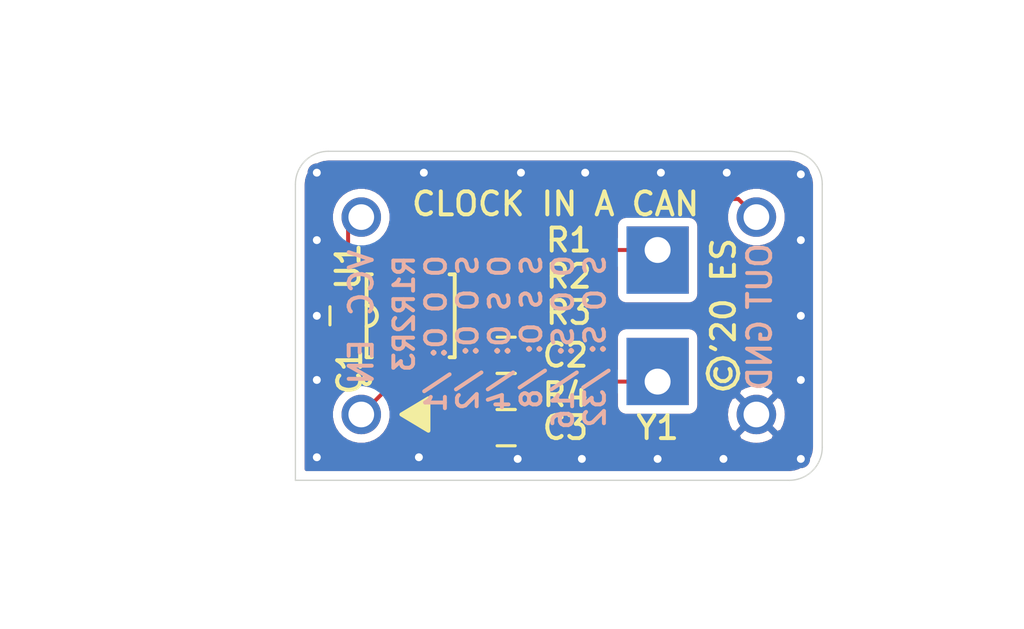
<source format=kicad_pcb>
(kicad_pcb (version 20171130) (host pcbnew "(5.1.0)-1")

  (general
    (thickness 1.6)
    (drawings 24)
    (tracks 75)
    (zones 0)
    (modules 13)
    (nets 11)
  )

  (page A4)
  (title_block
    (title ClockInACan)
    (comment 1 "Copyright (C) 2020 Eric Schlaepfer")
    (comment 2 "License. See https://creativecommons.org/licenses/by-sa/4.0/")
    (comment 3 "This work is licensed under a Creative Commons Attribution-ShareAlike 4.0 International")
  )

  (layers
    (0 F.Cu signal)
    (31 B.Cu signal)
    (32 B.Adhes user)
    (33 F.Adhes user)
    (34 B.Paste user)
    (35 F.Paste user)
    (36 B.SilkS user)
    (37 F.SilkS user)
    (38 B.Mask user)
    (39 F.Mask user)
    (40 Dwgs.User user)
    (41 Cmts.User user)
    (42 Eco1.User user)
    (43 Eco2.User user)
    (44 Edge.Cuts user)
    (45 Margin user)
    (46 B.CrtYd user)
    (47 F.CrtYd user)
    (48 B.Fab user)
    (49 F.Fab user hide)
  )

  (setup
    (last_trace_width 0.1524)
    (user_trace_width 1.016)
    (trace_clearance 0.1524)
    (zone_clearance 0.3302)
    (zone_45_only no)
    (trace_min 0.1524)
    (via_size 0.7112)
    (via_drill 0.3048)
    (via_min_size 0.7112)
    (via_min_drill 0.3048)
    (uvia_size 0.3)
    (uvia_drill 0.1)
    (uvias_allowed no)
    (uvia_min_size 0.2)
    (uvia_min_drill 0.1)
    (edge_width 0.0508)
    (segment_width 0.1524)
    (pcb_text_width 0.3048)
    (pcb_text_size 1.524 1.524)
    (mod_edge_width 0.127)
    (mod_text_size 0.889 0.889)
    (mod_text_width 0.1524)
    (pad_size 1.524 1.524)
    (pad_drill 0.762)
    (pad_to_mask_clearance 0.0508)
    (solder_mask_min_width 0.254)
    (aux_axis_origin 0 0)
    (visible_elements 7FFFFFFF)
    (pcbplotparams
      (layerselection 0x010fc_ffffffff)
      (usegerberextensions false)
      (usegerberattributes false)
      (usegerberadvancedattributes false)
      (creategerberjobfile false)
      (excludeedgelayer true)
      (linewidth 0.100000)
      (plotframeref false)
      (viasonmask false)
      (mode 1)
      (useauxorigin false)
      (hpglpennumber 1)
      (hpglpenspeed 20)
      (hpglpendiameter 15.000000)
      (psnegative false)
      (psa4output false)
      (plotreference true)
      (plotvalue false)
      (plotinvisibletext false)
      (padsonsilk false)
      (subtractmaskfromsilk false)
      (outputformat 1)
      (mirror false)
      (drillshape 0)
      (scaleselection 1)
      (outputdirectory "fab"))
  )

  (net 0 "")
  (net 1 VCC)
  (net 2 GND)
  (net 3 "Net-(C2-Pad1)")
  (net 4 "Net-(C3-Pad1)")
  (net 5 "Net-(J1-Pad1)")
  (net 6 "Net-(J8-Pad1)")
  (net 7 "Net-(R1-Pad1)")
  (net 8 "Net-(R2-Pad1)")
  (net 9 "Net-(R3-Pad1)")
  (net 10 "Net-(R4-Pad1)")

  (net_class Default "This is the default net class."
    (clearance 0.1524)
    (trace_width 0.1524)
    (via_dia 0.7112)
    (via_drill 0.3048)
    (uvia_dia 0.3)
    (uvia_drill 0.1)
    (add_net GND)
    (add_net "Net-(C2-Pad1)")
    (add_net "Net-(C3-Pad1)")
    (add_net "Net-(J1-Pad1)")
    (add_net "Net-(J8-Pad1)")
    (add_net "Net-(R1-Pad1)")
    (add_net "Net-(R2-Pad1)")
    (add_net "Net-(R3-Pad1)")
    (add_net "Net-(R4-Pad1)")
    (add_net VCC)
  )

  (module Conn:MILL-MAX_0542-0-00-15-00-00-03-0 (layer F.Cu) (tedit 5EEE6BC7) (tstamp 5EEE6D6B)
    (at 129.54 86.36)
    (path /5FBD6A80)
    (fp_text reference J1 (at 0 -1.524) (layer F.SilkS) hide
      (effects (font (size 1 1) (thickness 0.15)))
    )
    (fp_text value EN (at 0 1.778) (layer F.Fab)
      (effects (font (size 1 1) (thickness 0.15)))
    )
    (pad 1 thru_hole circle (at 0 0) (size 1.524 1.524) (drill 0.9906) (layers *.Cu *.Mask)
      (net 5 "Net-(J1-Pad1)"))
    (model :3d:mill_max-0542-0-00-15-00-00-03-0.STEP
      (offset (xyz 0 0 0.35))
      (scale (xyz 1 1 1))
      (rotate (xyz -90 0 0))
    )
  )

  (module Conn:MILL-MAX_0542-0-00-15-00-00-03-0 (layer F.Cu) (tedit 5EEE6BC7) (tstamp 5EEE6D70)
    (at 144.78 86.36)
    (path /5FBD7862)
    (fp_text reference J7 (at 0 -1.524) (layer F.SilkS) hide
      (effects (font (size 1 1) (thickness 0.15)))
    )
    (fp_text value GND (at 0 1.778) (layer F.Fab)
      (effects (font (size 1 1) (thickness 0.15)))
    )
    (pad 1 thru_hole circle (at 0 0) (size 1.524 1.524) (drill 0.9906) (layers *.Cu *.Mask)
      (net 2 GND))
    (model :3d:mill_max-0542-0-00-15-00-00-03-0.STEP
      (offset (xyz 0 0 0.35))
      (scale (xyz 1 1 1))
      (rotate (xyz -90 0 0))
    )
  )

  (module Conn:MILL-MAX_0542-0-00-15-00-00-03-0 (layer F.Cu) (tedit 5EEE6BC7) (tstamp 5EEE6D75)
    (at 144.78 78.74)
    (path /5FBD9303)
    (fp_text reference J8 (at 0 -1.524) (layer F.SilkS) hide
      (effects (font (size 1 1) (thickness 0.15)))
    )
    (fp_text value OUT (at 0 1.778) (layer F.Fab)
      (effects (font (size 1 1) (thickness 0.15)))
    )
    (pad 1 thru_hole circle (at 0 0) (size 1.524 1.524) (drill 0.9906) (layers *.Cu *.Mask)
      (net 6 "Net-(J8-Pad1)"))
    (model :3d:mill_max-0542-0-00-15-00-00-03-0.STEP
      (offset (xyz 0 0 0.35))
      (scale (xyz 1 1 1))
      (rotate (xyz -90 0 0))
    )
  )

  (module Conn:MILL-MAX_0542-0-00-15-00-00-03-0 (layer F.Cu) (tedit 5EEE6BC7) (tstamp 5EEE6D7A)
    (at 129.54 78.74)
    (path /5FBD97DC)
    (fp_text reference J14 (at 0 -1.524) (layer F.SilkS) hide
      (effects (font (size 1 1) (thickness 0.15)))
    )
    (fp_text value VDD (at 0 1.778) (layer F.Fab)
      (effects (font (size 1 1) (thickness 0.15)))
    )
    (pad 1 thru_hole circle (at 0 0) (size 1.524 1.524) (drill 0.9906) (layers *.Cu *.Mask)
      (net 1 VCC))
    (model :3d:mill_max-0542-0-00-15-00-00-03-0.STEP
      (offset (xyz 0 0 0.35))
      (scale (xyz 1 1 1))
      (rotate (xyz -90 0 0))
    )
  )

  (module Passive:CAPC1608X100 (layer F.Cu) (tedit 5E77E73E) (tstamp 5EEE6D44)
    (at 129.032 82.55 270)
    (descr "Capacitor SMD 0603, reflow soldering, AVX (see smccp.pdf)")
    (tags "capacitor 0603")
    (path /5FBC7A8F)
    (attr smd)
    (fp_text reference C1 (at 2.159 -0.0635 270) (layer F.SilkS)
      (effects (font (size 0.889 0.889) (thickness 0.1524)))
    )
    (fp_text value 0.1uF (at 0 1.5 270) (layer F.Fab)
      (effects (font (size 1 1) (thickness 0.15)))
    )
    (fp_text user %R (at 0 -1.5 270) (layer F.Fab)
      (effects (font (size 1 1) (thickness 0.15)))
    )
    (fp_line (start -0.8 0.4) (end -0.8 -0.4) (layer F.Fab) (width 0.1))
    (fp_line (start 0.8 0.4) (end -0.8 0.4) (layer F.Fab) (width 0.1))
    (fp_line (start 0.8 -0.4) (end 0.8 0.4) (layer F.Fab) (width 0.1))
    (fp_line (start -0.8 -0.4) (end 0.8 -0.4) (layer F.Fab) (width 0.1))
    (fp_line (start -0.35 -0.7) (end 0.35 -0.7) (layer F.SilkS) (width 0.12))
    (fp_line (start 0.35 0.7) (end -0.35 0.7) (layer F.SilkS) (width 0.12))
    (fp_line (start -1.4 -0.65) (end 1.4 -0.65) (layer F.CrtYd) (width 0.05))
    (fp_line (start -1.4 -0.65) (end -1.4 0.65) (layer F.CrtYd) (width 0.05))
    (fp_line (start 1.4 0.65) (end 1.4 -0.65) (layer F.CrtYd) (width 0.05))
    (fp_line (start 1.4 0.65) (end -1.4 0.65) (layer F.CrtYd) (width 0.05))
    (pad 1 smd rect (at -0.75 0 270) (size 0.8 0.75) (layers F.Cu F.Paste F.Mask)
      (net 1 VCC))
    (pad 2 smd rect (at 0.75 0 270) (size 0.8 0.75) (layers F.Cu F.Paste F.Mask)
      (net 2 GND))
    (model ${KISYS3DMOD}/Capacitor_SMD.3dshapes/C_0603_1608Metric.step
      (at (xyz 0 0 0))
      (scale (xyz 1 1 1))
      (rotate (xyz 0 0 0))
    )
  )

  (module Passive:CAPC1608X100 (layer F.Cu) (tedit 5E77E73E) (tstamp 5EEE6D55)
    (at 135.128 84.074 180)
    (descr "Capacitor SMD 0603, reflow soldering, AVX (see smccp.pdf)")
    (tags "capacitor 0603")
    (path /5FBC9613)
    (attr smd)
    (fp_text reference C2 (at -2.286 0 180) (layer F.SilkS)
      (effects (font (size 0.889 0.889) (thickness 0.1524)))
    )
    (fp_text value TBD (at 0 1.5 180) (layer F.Fab)
      (effects (font (size 1 1) (thickness 0.15)))
    )
    (fp_line (start 1.4 0.65) (end -1.4 0.65) (layer F.CrtYd) (width 0.05))
    (fp_line (start 1.4 0.65) (end 1.4 -0.65) (layer F.CrtYd) (width 0.05))
    (fp_line (start -1.4 -0.65) (end -1.4 0.65) (layer F.CrtYd) (width 0.05))
    (fp_line (start -1.4 -0.65) (end 1.4 -0.65) (layer F.CrtYd) (width 0.05))
    (fp_line (start 0.35 0.7) (end -0.35 0.7) (layer F.SilkS) (width 0.12))
    (fp_line (start -0.35 -0.7) (end 0.35 -0.7) (layer F.SilkS) (width 0.12))
    (fp_line (start -0.8 -0.4) (end 0.8 -0.4) (layer F.Fab) (width 0.1))
    (fp_line (start 0.8 -0.4) (end 0.8 0.4) (layer F.Fab) (width 0.1))
    (fp_line (start 0.8 0.4) (end -0.8 0.4) (layer F.Fab) (width 0.1))
    (fp_line (start -0.8 0.4) (end -0.8 -0.4) (layer F.Fab) (width 0.1))
    (fp_text user %R (at 0 -1.5 180) (layer F.Fab)
      (effects (font (size 1 1) (thickness 0.15)))
    )
    (pad 2 smd rect (at 0.75 0 180) (size 0.8 0.75) (layers F.Cu F.Paste F.Mask)
      (net 2 GND))
    (pad 1 smd rect (at -0.75 0 180) (size 0.8 0.75) (layers F.Cu F.Paste F.Mask)
      (net 3 "Net-(C2-Pad1)"))
    (model ${KISYS3DMOD}/Capacitor_SMD.3dshapes/C_0603_1608Metric.step
      (at (xyz 0 0 0))
      (scale (xyz 1 1 1))
      (rotate (xyz 0 0 0))
    )
  )

  (module Passive:CAPC1608X100 (layer F.Cu) (tedit 5E77E73E) (tstamp 5EEE6D66)
    (at 135.128 86.868)
    (descr "Capacitor SMD 0603, reflow soldering, AVX (see smccp.pdf)")
    (tags "capacitor 0603")
    (path /5FBC9DE9)
    (attr smd)
    (fp_text reference C3 (at 2.286 0) (layer F.SilkS)
      (effects (font (size 0.889 0.889) (thickness 0.1524)))
    )
    (fp_text value TBD (at 0 1.5) (layer F.Fab)
      (effects (font (size 1 1) (thickness 0.15)))
    )
    (fp_text user %R (at 0 -1.5) (layer F.Fab)
      (effects (font (size 1 1) (thickness 0.15)))
    )
    (fp_line (start -0.8 0.4) (end -0.8 -0.4) (layer F.Fab) (width 0.1))
    (fp_line (start 0.8 0.4) (end -0.8 0.4) (layer F.Fab) (width 0.1))
    (fp_line (start 0.8 -0.4) (end 0.8 0.4) (layer F.Fab) (width 0.1))
    (fp_line (start -0.8 -0.4) (end 0.8 -0.4) (layer F.Fab) (width 0.1))
    (fp_line (start -0.35 -0.7) (end 0.35 -0.7) (layer F.SilkS) (width 0.12))
    (fp_line (start 0.35 0.7) (end -0.35 0.7) (layer F.SilkS) (width 0.12))
    (fp_line (start -1.4 -0.65) (end 1.4 -0.65) (layer F.CrtYd) (width 0.05))
    (fp_line (start -1.4 -0.65) (end -1.4 0.65) (layer F.CrtYd) (width 0.05))
    (fp_line (start 1.4 0.65) (end 1.4 -0.65) (layer F.CrtYd) (width 0.05))
    (fp_line (start 1.4 0.65) (end -1.4 0.65) (layer F.CrtYd) (width 0.05))
    (pad 1 smd rect (at -0.75 0) (size 0.8 0.75) (layers F.Cu F.Paste F.Mask)
      (net 4 "Net-(C3-Pad1)"))
    (pad 2 smd rect (at 0.75 0) (size 0.8 0.75) (layers F.Cu F.Paste F.Mask)
      (net 2 GND))
    (model ${KISYS3DMOD}/Capacitor_SMD.3dshapes/C_0603_1608Metric.step
      (at (xyz 0 0 0))
      (scale (xyz 1 1 1))
      (rotate (xyz 0 0 0))
    )
  )

  (module Passive:RESC1608X55 (layer F.Cu) (tedit 5D5C7A92) (tstamp 5EEE6DBE)
    (at 135.128 85.471)
    (descr "Capacitor SMD 0603, reflow soldering, AVX (see smccp.pdf)")
    (tags "capacitor 0603")
    (path /5FBC80AF)
    (attr smd)
    (fp_text reference R4 (at 2.286 0.127) (layer F.SilkS)
      (effects (font (size 0.889 0.889) (thickness 0.1524)))
    )
    (fp_text value TBD (at 0 1.5) (layer F.Fab)
      (effects (font (size 1 1) (thickness 0.15)))
    )
    (fp_text user %R (at 0 -1.5) (layer F.Fab)
      (effects (font (size 1 1) (thickness 0.15)))
    )
    (fp_line (start -0.8 0.4) (end -0.8 -0.4) (layer F.Fab) (width 0.1))
    (fp_line (start 0.8 0.4) (end -0.8 0.4) (layer F.Fab) (width 0.1))
    (fp_line (start 0.8 -0.4) (end 0.8 0.4) (layer F.Fab) (width 0.1))
    (fp_line (start -0.8 -0.4) (end 0.8 -0.4) (layer F.Fab) (width 0.1))
    (fp_line (start -0.35 -0.7) (end 0.35 -0.7) (layer F.SilkS) (width 0.12))
    (fp_line (start 0.35 0.7) (end -0.35 0.7) (layer F.SilkS) (width 0.12))
    (fp_line (start -1.4 -0.65) (end 1.4 -0.65) (layer F.CrtYd) (width 0.05))
    (fp_line (start -1.4 -0.65) (end -1.4 0.65) (layer F.CrtYd) (width 0.05))
    (fp_line (start 1.4 0.65) (end 1.4 -0.65) (layer F.CrtYd) (width 0.05))
    (fp_line (start 1.4 0.65) (end -1.4 0.65) (layer F.CrtYd) (width 0.05))
    (pad 1 smd rect (at -0.75 0) (size 0.8 0.75) (layers F.Cu F.Paste F.Mask)
      (net 10 "Net-(R4-Pad1)"))
    (pad 2 smd rect (at 0.75 0) (size 0.8 0.75) (layers F.Cu F.Paste F.Mask)
      (net 3 "Net-(C2-Pad1)"))
    (model ${KISYS3DMOD}/Resistor_SMD.3dshapes/R_0603_1608Metric.step
      (at (xyz 0 0 0))
      (scale (xyz 1 1 1))
      (rotate (xyz 0 0 0))
    )
  )

  (module Active:SSOP50P400X100-10 (layer F.Cu) (tedit 5EEE55A0) (tstamp 5EEE8E2E)
    (at 131.445 82.55 90)
    (descr "10-Lead Plastic Micro Small Outline Package")
    (tags "SSOP 0.5")
    (path /5FBC670B)
    (attr smd)
    (fp_text reference U1 (at 1.905 -2.413 90) (layer F.SilkS)
      (effects (font (size 0.889 0.889) (thickness 0.1524)))
    )
    (fp_text value NJU6311 (at 0 2.6 90) (layer F.Fab)
      (effects (font (size 1 1) (thickness 0.15)))
    )
    (fp_circle (center -2.5 -1.7) (end -2.4 -1.6) (layer F.SilkS) (width 0.15))
    (fp_arc (start 0 -1.7) (end 0.4 -1.7) (angle 180) (layer F.SilkS) (width 0.15))
    (fp_line (start -1.4 -1) (end -2 -1) (layer F.Fab) (width 0.254))
    (fp_line (start -1.1 -1.5) (end 1.4 -1.5) (layer F.Fab) (width 0.15))
    (fp_line (start 1.4 -1.5) (end 1.4 1.5) (layer F.Fab) (width 0.15))
    (fp_line (start 1.4 1.5) (end -1.4 1.5) (layer F.Fab) (width 0.15))
    (fp_line (start -1.4 1.5) (end -1.4 -1.2) (layer F.Fab) (width 0.15))
    (fp_line (start -1.4 -1.2) (end -1.1 -1.5) (layer F.Fab) (width 0.15))
    (fp_line (start -3.15 -1.85) (end -3.15 1.85) (layer F.CrtYd) (width 0.05))
    (fp_line (start 3.15 -1.85) (end 3.15 1.85) (layer F.CrtYd) (width 0.05))
    (fp_line (start -3.15 -1.85) (end 3.15 -1.85) (layer F.CrtYd) (width 0.05))
    (fp_line (start -3.15 1.85) (end 3.15 1.85) (layer F.CrtYd) (width 0.05))
    (fp_line (start -1.6 -1.7) (end -1.6 -1.5) (layer F.SilkS) (width 0.15))
    (fp_line (start 1.6 -1.7) (end 1.6 -1.5) (layer F.SilkS) (width 0.15))
    (fp_line (start 1.6 1.7) (end 1.6 1.5) (layer F.SilkS) (width 0.15))
    (fp_line (start -1.6 1.7) (end -1.6 1.5) (layer F.SilkS) (width 0.15))
    (fp_line (start -1.6 -1.7) (end -0.4 -1.7) (layer F.SilkS) (width 0.15))
    (fp_line (start -1.6 1.7) (end 1.6 1.7) (layer F.SilkS) (width 0.15))
    (fp_line (start -1.4 -0.5) (end -2 -0.5) (layer F.Fab) (width 0.254))
    (fp_line (start -1.4 0.5) (end -2 0.5) (layer F.Fab) (width 0.254))
    (fp_line (start -1.4 0) (end -2 0) (layer F.Fab) (width 0.254))
    (fp_line (start -1.4 1) (end -2 1) (layer F.Fab) (width 0.254))
    (fp_line (start 0.4 -1.7) (end 1.6 -1.7) (layer F.SilkS) (width 0.15))
    (fp_line (start 1.4 -1) (end 2 -1) (layer F.Fab) (width 0.254))
    (fp_line (start 1.4 -0.5) (end 2 -0.5) (layer F.Fab) (width 0.254))
    (fp_line (start 1.4 0) (end 2 0) (layer F.Fab) (width 0.254))
    (fp_line (start 1.4 0.5) (end 2 0.5) (layer F.Fab) (width 0.254))
    (fp_line (start 1.4 1) (end 2 1) (layer F.Fab) (width 0.254))
    (pad 1 smd rect (at -2 -1 90) (size 1.2 0.3) (layers F.Cu F.Paste F.Mask)
      (net 5 "Net-(J1-Pad1)"))
    (pad 2 smd rect (at -2 -0.5 90) (size 1.2 0.3) (layers F.Cu F.Paste F.Mask)
      (net 4 "Net-(C3-Pad1)"))
    (pad 3 smd rect (at -2 0 90) (size 1.2 0.3) (layers F.Cu F.Paste F.Mask)
      (net 10 "Net-(R4-Pad1)"))
    (pad 4 smd rect (at -2 0.5 90) (size 1.2 0.3) (layers F.Cu F.Paste F.Mask))
    (pad 5 smd rect (at -2 1 90) (size 1.2 0.3) (layers F.Cu F.Paste F.Mask)
      (net 2 GND))
    (pad 6 smd rect (at 2 1 90) (size 1.2 0.3) (layers F.Cu F.Paste F.Mask)
      (net 6 "Net-(J8-Pad1)"))
    (pad 7 smd rect (at 2 0.5 90) (size 1.2 0.3) (layers F.Cu F.Paste F.Mask)
      (net 7 "Net-(R1-Pad1)"))
    (pad 8 smd rect (at 2 0 90) (size 1.2 0.3) (layers F.Cu F.Paste F.Mask)
      (net 8 "Net-(R2-Pad1)"))
    (pad 9 smd rect (at 2 -0.5 90) (size 1.2 0.3) (layers F.Cu F.Paste F.Mask)
      (net 9 "Net-(R3-Pad1)"))
    (pad 10 smd rect (at 2 -1 90) (size 1.2 0.3) (layers F.Cu F.Paste F.Mask)
      (net 1 VCC))
    (model ${KISYS3DMOD}/Package_SO.3dshapes/TSSOP-10_3x3mm_P0.5mm.step
      (at (xyz 0 0 0))
      (scale (xyz 1 1 1))
      (rotate (xyz 0 0 0))
    )
    (model ${KISYS3DMOD}/Package_SO.3dshapes/VSSOP-10_3x3mm_P0.5mm.step
      (at (xyz 0 0 0))
      (scale (xyz 1 1 1))
      (rotate (xyz 0 0 0))
    )
  )

  (module Passive:XTAL500X320_HYBRID (layer F.Cu) (tedit 5EEE6340) (tstamp 5EEE8704)
    (at 140.97 82.55 90)
    (descr "Crystal, hybrid SMT 5.0x3.2 and HC49 PTH")
    (tags "SMD SMT crystal")
    (path /5FBCABD1)
    (attr smd)
    (fp_text reference Y1 (at -4.318 0) (layer F.SilkS)
      (effects (font (size 0.889 0.889) (thickness 0.1524)))
    )
    (fp_text value XTAL (at 0 2.8 90) (layer F.Fab)
      (effects (font (size 1 1) (thickness 0.15)))
    )
    (fp_line (start 3.55 -1.7) (end -3.55 -1.7) (layer F.CrtYd) (width 0.05))
    (fp_line (start 3.55 1.7) (end 3.55 -1.7) (layer F.CrtYd) (width 0.05))
    (fp_line (start -3.55 1.7) (end 3.55 1.7) (layer F.CrtYd) (width 0.05))
    (fp_line (start -3.55 -1.7) (end -3.55 1.7) (layer F.CrtYd) (width 0.05))
    (fp_line (start -2.5 0.6) (end -1.5 1.6) (layer F.Fab) (width 0.1))
    (fp_line (start -2.5 -1.4) (end -2.3 -1.6) (layer F.Fab) (width 0.1))
    (fp_line (start -2.5 1.4) (end -2.5 -1.4) (layer F.Fab) (width 0.1))
    (fp_line (start -2.3 1.6) (end -2.5 1.4) (layer F.Fab) (width 0.1))
    (fp_line (start 2.3 1.6) (end -2.3 1.6) (layer F.Fab) (width 0.1))
    (fp_line (start 2.5 1.4) (end 2.3 1.6) (layer F.Fab) (width 0.1))
    (fp_line (start 2.5 -1.4) (end 2.5 1.4) (layer F.Fab) (width 0.1))
    (fp_line (start 2.3 -1.6) (end 2.5 -1.4) (layer F.Fab) (width 0.1))
    (fp_line (start -2.3 -1.6) (end 2.3 -1.6) (layer F.Fab) (width 0.1))
    (fp_circle (center 0 0) (end 0.093333 0) (layer F.Adhes) (width 0.186667))
    (fp_circle (center 0 0) (end 0.213333 0) (layer F.Adhes) (width 0.133333))
    (fp_circle (center 0 0) (end 0.333333 0) (layer F.Adhes) (width 0.133333))
    (fp_circle (center 0 0) (end 0.4 0) (layer F.Adhes) (width 0.1))
    (pad 2 thru_hole rect (at 2.54 0 90) (size 2.6 2.4) (drill 1 (offset -0.39 0)) (layers *.Cu *.Mask)
      (net 3 "Net-(C2-Pad1)"))
    (pad 1 thru_hole rect (at -2.54 0 270) (size 2.6 2.4) (drill 1 (offset -0.39 0)) (layers *.Cu *.Mask)
      (net 4 "Net-(C3-Pad1)"))
    (model "C:/Program Files/KiCad4/share/kicad/modules/packages3d/Crystals.3dshapes/Crystal_SMD_5032-2pin_5.0x3.2mm.step"
      (at (xyz 0 0 0))
      (scale (xyz 1 1 1))
      (rotate (xyz 0 0 0))
    )
  )

  (module Conn:JMP1608 (layer F.Cu) (tedit 5EEE7937) (tstamp 5EEE98CA)
    (at 135.128 79.629)
    (descr "0603 size solder jumper")
    (tags "solder jumper test point")
    (path /5FBCF39E)
    (attr smd)
    (fp_text reference R1 (at 2.413 0) (layer F.SilkS)
      (effects (font (size 0.889 0.889) (thickness 0.1524)))
    )
    (fp_text value TBD (at 0 1.5) (layer F.Fab)
      (effects (font (size 1 1) (thickness 0.15)))
    )
    (fp_line (start 1.2 0.45) (end -1.2 0.45) (layer F.CrtYd) (width 0.05))
    (fp_line (start 1.2 0.45) (end 1.2 -0.45) (layer F.CrtYd) (width 0.05))
    (fp_line (start -1.2 -0.45) (end -1.2 0.45) (layer F.CrtYd) (width 0.05))
    (fp_line (start -1.2 -0.45) (end 1.2 -0.45) (layer F.CrtYd) (width 0.05))
    (fp_line (start -0.8 -0.4) (end 0.8 -0.4) (layer F.Fab) (width 0.1))
    (fp_line (start 0.8 -0.4) (end 0.8 0.4) (layer F.Fab) (width 0.1))
    (fp_line (start 0.8 0.4) (end -0.8 0.4) (layer F.Fab) (width 0.1))
    (fp_line (start -0.8 0.4) (end -0.8 -0.4) (layer F.Fab) (width 0.1))
    (fp_poly (pts (xy -0.4826 -0.3556) (xy 0.0254 -0.3556) (xy -0.3556 0) (xy 0.0254 0.3556)
      (xy -0.4826 0.3556)) (layer F.Cu) (width 0.0381))
    (fp_poly (pts (xy 0.4572 -0.3556) (xy 0.3048 -0.3556) (xy -0.0762 0) (xy 0.3048 0.3556)
      (xy 0.4572 0.3556)) (layer F.Cu) (width 0.0381))
    (fp_poly (pts (xy -0.381 -0.3556) (xy 0.381 -0.3556) (xy 0.381 0.3556) (xy -0.381 0.3556)) (layer F.Mask) (width 0.0381))
    (pad 2 smd custom (at 0.75 0) (size 0.8 0.75) (layers F.Cu F.Paste F.Mask)
      (net 2 GND) (zone_connect 0)
      (options (clearance outline) (anchor rect))
      (primitives
      ))
    (pad 1 smd custom (at -0.75 0) (size 0.8 0.75) (layers F.Cu F.Paste F.Mask)
      (net 7 "Net-(R1-Pad1)") (zone_connect 0)
      (options (clearance outline) (anchor rect))
      (primitives
      ))
    (model Capacitors_SMD.3dshapes/C_0603.wrl
      (at (xyz 0 0 0))
      (scale (xyz 1 1 1))
      (rotate (xyz 0 0 0))
    )
  )

  (module Conn:JMP1608 (layer F.Cu) (tedit 5EEE7937) (tstamp 5EEE9993)
    (at 135.128 81.026)
    (descr "0603 size solder jumper")
    (tags "solder jumper test point")
    (path /5FBCF1CB)
    (attr smd)
    (fp_text reference R2 (at 2.413 0) (layer F.SilkS)
      (effects (font (size 0.889 0.889) (thickness 0.1524)))
    )
    (fp_text value TBD (at 0 1.5) (layer F.Fab)
      (effects (font (size 1 1) (thickness 0.15)))
    )
    (fp_poly (pts (xy -0.381 -0.3556) (xy 0.381 -0.3556) (xy 0.381 0.3556) (xy -0.381 0.3556)) (layer F.Mask) (width 0.0381))
    (fp_poly (pts (xy 0.4572 -0.3556) (xy 0.3048 -0.3556) (xy -0.0762 0) (xy 0.3048 0.3556)
      (xy 0.4572 0.3556)) (layer F.Cu) (width 0.0381))
    (fp_poly (pts (xy -0.4826 -0.3556) (xy 0.0254 -0.3556) (xy -0.3556 0) (xy 0.0254 0.3556)
      (xy -0.4826 0.3556)) (layer F.Cu) (width 0.0381))
    (fp_line (start -0.8 0.4) (end -0.8 -0.4) (layer F.Fab) (width 0.1))
    (fp_line (start 0.8 0.4) (end -0.8 0.4) (layer F.Fab) (width 0.1))
    (fp_line (start 0.8 -0.4) (end 0.8 0.4) (layer F.Fab) (width 0.1))
    (fp_line (start -0.8 -0.4) (end 0.8 -0.4) (layer F.Fab) (width 0.1))
    (fp_line (start -1.2 -0.45) (end 1.2 -0.45) (layer F.CrtYd) (width 0.05))
    (fp_line (start -1.2 -0.45) (end -1.2 0.45) (layer F.CrtYd) (width 0.05))
    (fp_line (start 1.2 0.45) (end 1.2 -0.45) (layer F.CrtYd) (width 0.05))
    (fp_line (start 1.2 0.45) (end -1.2 0.45) (layer F.CrtYd) (width 0.05))
    (pad 1 smd custom (at -0.75 0) (size 0.8 0.75) (layers F.Cu F.Paste F.Mask)
      (net 8 "Net-(R2-Pad1)") (zone_connect 0)
      (options (clearance outline) (anchor rect))
      (primitives
      ))
    (pad 2 smd custom (at 0.75 0) (size 0.8 0.75) (layers F.Cu F.Paste F.Mask)
      (net 2 GND) (zone_connect 0)
      (options (clearance outline) (anchor rect))
      (primitives
      ))
    (model Capacitors_SMD.3dshapes/C_0603.wrl
      (at (xyz 0 0 0))
      (scale (xyz 1 1 1))
      (rotate (xyz 0 0 0))
    )
  )

  (module Conn:JMP1608 (layer F.Cu) (tedit 5EEE7937) (tstamp 5EEE99A3)
    (at 135.128 82.423)
    (descr "0603 size solder jumper")
    (tags "solder jumper test point")
    (path /5FBCE949)
    (attr smd)
    (fp_text reference R3 (at 2.413 0) (layer F.SilkS)
      (effects (font (size 0.889 0.889) (thickness 0.1524)))
    )
    (fp_text value TBD (at 0 1.5) (layer F.Fab)
      (effects (font (size 1 1) (thickness 0.15)))
    )
    (fp_line (start 1.2 0.45) (end -1.2 0.45) (layer F.CrtYd) (width 0.05))
    (fp_line (start 1.2 0.45) (end 1.2 -0.45) (layer F.CrtYd) (width 0.05))
    (fp_line (start -1.2 -0.45) (end -1.2 0.45) (layer F.CrtYd) (width 0.05))
    (fp_line (start -1.2 -0.45) (end 1.2 -0.45) (layer F.CrtYd) (width 0.05))
    (fp_line (start -0.8 -0.4) (end 0.8 -0.4) (layer F.Fab) (width 0.1))
    (fp_line (start 0.8 -0.4) (end 0.8 0.4) (layer F.Fab) (width 0.1))
    (fp_line (start 0.8 0.4) (end -0.8 0.4) (layer F.Fab) (width 0.1))
    (fp_line (start -0.8 0.4) (end -0.8 -0.4) (layer F.Fab) (width 0.1))
    (fp_poly (pts (xy -0.4826 -0.3556) (xy 0.0254 -0.3556) (xy -0.3556 0) (xy 0.0254 0.3556)
      (xy -0.4826 0.3556)) (layer F.Cu) (width 0.0381))
    (fp_poly (pts (xy 0.4572 -0.3556) (xy 0.3048 -0.3556) (xy -0.0762 0) (xy 0.3048 0.3556)
      (xy 0.4572 0.3556)) (layer F.Cu) (width 0.0381))
    (fp_poly (pts (xy -0.381 -0.3556) (xy 0.381 -0.3556) (xy 0.381 0.3556) (xy -0.381 0.3556)) (layer F.Mask) (width 0.0381))
    (pad 2 smd custom (at 0.75 0) (size 0.8 0.75) (layers F.Cu F.Paste F.Mask)
      (net 2 GND) (zone_connect 0)
      (options (clearance outline) (anchor rect))
      (primitives
      ))
    (pad 1 smd custom (at -0.75 0) (size 0.8 0.75) (layers F.Cu F.Paste F.Mask)
      (net 9 "Net-(R3-Pad1)") (zone_connect 0)
      (options (clearance outline) (anchor rect))
      (primitives
      ))
    (model Capacitors_SMD.3dshapes/C_0603.wrl
      (at (xyz 0 0 0))
      (scale (xyz 1 1 1))
      (rotate (xyz 0 0 0))
    )
  )

  (gr_text "CLOCK IN A CAN\n" (at 137.033 78.232) (layer F.SilkS) (tstamp 5EEE93EE)
    (effects (font (size 0.889 0.889) (thickness 0.1524)))
  )
  (gr_text "R1R2R3\nO O O: /1\nS O O: /2\nO S O: /4\nS S O: /8\nO O S: /16\nS O S: /32" (at 134.874 80.137 90) (layer B.SilkS) (tstamp 5EEE9A20)
    (effects (font (size 0.762 0.762) (thickness 0.1524)) (justify left mirror))
  )
  (gr_text "©'20 ES\n" (at 143.51 82.55 90) (layer F.SilkS)
    (effects (font (size 0.889 0.889) (thickness 0.1524)))
  )
  (gr_text OUT (at 144.907 81.026 90) (layer B.SilkS) (tstamp 5EEE905F)
    (effects (font (size 0.889 0.889) (thickness 0.1524)) (justify mirror))
  )
  (gr_text VCC (at 129.54 81.28 90) (layer B.SilkS) (tstamp 5EEE905B)
    (effects (font (size 0.889 0.889) (thickness 0.1524)) (justify mirror))
  )
  (gr_text GND (at 144.907 84.074 90) (layer B.SilkS) (tstamp 5EEE9052)
    (effects (font (size 0.889 0.889) (thickness 0.1524)) (justify mirror))
  )
  (gr_text EN (at 129.54 84.328 90) (layer B.SilkS)
    (effects (font (size 0.889 0.889) (thickness 0.1524)) (justify mirror))
  )
  (dimension 12.7 (width 0.1524) (layer Dwgs.User)
    (gr_text "0.5000 in" (at 153.7208 82.55 270) (layer Dwgs.User)
      (effects (font (size 1.016 1.016) (thickness 0.1524)))
    )
    (feature1 (pts (xy 149.86 88.9) (xy 152.986421 88.9)))
    (feature2 (pts (xy 149.86 76.2) (xy 152.986421 76.2)))
    (crossbar (pts (xy 152.4 76.2) (xy 152.4 88.9)))
    (arrow1a (pts (xy 152.4 88.9) (xy 151.813579 87.773496)))
    (arrow1b (pts (xy 152.4 88.9) (xy 152.986421 87.773496)))
    (arrow2a (pts (xy 152.4 76.2) (xy 151.813579 77.326504)))
    (arrow2b (pts (xy 152.4 76.2) (xy 152.986421 77.326504)))
  )
  (dimension 20.32 (width 0.1524) (layer Dwgs.User)
    (gr_text "0.8000 in" (at 137.16 95.300799) (layer Dwgs.User)
      (effects (font (size 1.016 1.016) (thickness 0.1524)))
    )
    (feature1 (pts (xy 147.32 91.44) (xy 147.32 94.56642)))
    (feature2 (pts (xy 127 91.44) (xy 127 94.56642)))
    (crossbar (pts (xy 127 93.979999) (xy 147.32 93.979999)))
    (arrow1a (pts (xy 147.32 93.979999) (xy 146.193496 94.56642)))
    (arrow1b (pts (xy 147.32 93.979999) (xy 146.193496 93.393578)))
    (arrow2a (pts (xy 127 93.979999) (xy 128.126504 94.56642)))
    (arrow2b (pts (xy 127 93.979999) (xy 128.126504 93.393578)))
  )
  (gr_line (start 127.8255 77.0255) (end 146.4945 77.0255) (layer F.Mask) (width 1.016) (tstamp 5EEE8D54))
  (gr_line (start 127.8255 77.0255) (end 127.8255 88.0745) (layer F.Mask) (width 1.016) (tstamp 5EEE8CD2))
  (gr_line (start 146.4945 77.0255) (end 146.4945 88.0745) (layer F.Mask) (width 1.016) (tstamp 5EEE8CC8))
  (gr_line (start 127.8255 88.0745) (end 146.4945 88.0745) (layer F.Mask) (width 1.016))
  (gr_line (start 125.095 82.55) (end 149.86 82.55) (layer Dwgs.User) (width 0.1524))
  (gr_line (start 137.16 74.295) (end 137.16 90.17) (layer Dwgs.User) (width 0.1524))
  (dimension 15.24 (width 0.1524) (layer Dwgs.User)
    (gr_text "0.6000 in" (at 137.16 71.0692) (layer Dwgs.User)
      (effects (font (size 1.016 1.016) (thickness 0.1524)))
    )
    (feature1 (pts (xy 144.78 74.93) (xy 144.78 71.803579)))
    (feature2 (pts (xy 129.54 74.93) (xy 129.54 71.803579)))
    (crossbar (pts (xy 129.54 72.39) (xy 144.78 72.39)))
    (arrow1a (pts (xy 144.78 72.39) (xy 143.653496 72.976421)))
    (arrow1b (pts (xy 144.78 72.39) (xy 143.653496 71.803579)))
    (arrow2a (pts (xy 129.54 72.39) (xy 130.666504 72.976421)))
    (arrow2b (pts (xy 129.54 72.39) (xy 130.666504 71.803579)))
  )
  (dimension 7.62 (width 0.1524) (layer Dwgs.User)
    (gr_text "0.3000 in" (at 119.3292 82.55 270) (layer Dwgs.User)
      (effects (font (size 1.016 1.016) (thickness 0.1524)))
    )
    (feature1 (pts (xy 125.73 86.36) (xy 120.063579 86.36)))
    (feature2 (pts (xy 125.73 78.74) (xy 120.063579 78.74)))
    (crossbar (pts (xy 120.65 78.74) (xy 120.65 86.36)))
    (arrow1a (pts (xy 120.65 86.36) (xy 120.063579 85.233496)))
    (arrow1b (pts (xy 120.65 86.36) (xy 121.236421 85.233496)))
    (arrow2a (pts (xy 120.65 78.74) (xy 120.063579 79.866504)))
    (arrow2b (pts (xy 120.65 78.74) (xy 121.236421 79.866504)))
  )
  (gr_arc (start 146.05 87.63) (end 146.05 88.9) (angle -90) (layer Edge.Cuts) (width 0.0508))
  (gr_arc (start 146.05 77.47) (end 147.32 77.47) (angle -90) (layer Edge.Cuts) (width 0.0508))
  (gr_arc (start 128.27 77.47) (end 128.27 76.2) (angle -90) (layer Edge.Cuts) (width 0.0508))
  (gr_line (start 127 88.9) (end 127 77.47) (layer Edge.Cuts) (width 0.0508) (tstamp 5EEE6F83))
  (gr_line (start 146.05 88.9) (end 127 88.9) (layer Edge.Cuts) (width 0.0508))
  (gr_line (start 147.32 77.47) (end 147.32 87.63) (layer Edge.Cuts) (width 0.0508))
  (gr_line (start 128.27 76.2) (end 146.05 76.2) (layer Edge.Cuts) (width 0.0508))

  (segment (start 129.921 78.359) (end 129.54 78.74) (width 0.1524) (layer F.Cu) (net 1))
  (segment (start 129.032 81.8) (end 130.163 81.8) (width 0.1524) (layer F.Cu) (net 1))
  (segment (start 130.445 81.518) (end 130.445 80.55) (width 0.1524) (layer F.Cu) (net 1))
  (segment (start 130.163 81.8) (end 130.445 81.518) (width 0.1524) (layer F.Cu) (net 1))
  (segment (start 129.032 79.248) (end 129.54 78.74) (width 0.1524) (layer F.Cu) (net 1))
  (segment (start 129.032 81.8) (end 129.032 79.248) (width 0.1524) (layer F.Cu) (net 1))
  (via (at 127.8255 77.0255) (size 0.7112) (drill 0.3048) (layers F.Cu B.Cu) (net 2))
  (via (at 127.8255 79.629) (size 0.7112) (drill 0.3048) (layers F.Cu B.Cu) (net 2))
  (via (at 127.8255 82.55) (size 0.7112) (drill 0.3048) (layers F.Cu B.Cu) (net 2))
  (via (at 127.8255 88.011) (size 0.7112) (drill 0.3048) (layers F.Cu B.Cu) (net 2))
  (via (at 127.8255 85.0265) (size 0.7112) (drill 0.3048) (layers F.Cu B.Cu) (net 2))
  (via (at 146.4945 77.089) (size 0.7112) (drill 0.3048) (layers F.Cu B.Cu) (net 2) (tstamp 5EEE8D5C))
  (via (at 146.4945 85.0265) (size 0.7112) (drill 0.3048) (layers F.Cu B.Cu) (net 2) (tstamp 5EEE8D5D))
  (via (at 146.4945 79.629) (size 0.7112) (drill 0.3048) (layers F.Cu B.Cu) (net 2) (tstamp 5EEE8D5E))
  (via (at 146.4945 82.55) (size 0.7112) (drill 0.3048) (layers F.Cu B.Cu) (net 2) (tstamp 5EEE8D5F))
  (via (at 146.4945 88.0745) (size 0.7112) (drill 0.3048) (layers F.Cu B.Cu) (net 2) (tstamp 5EEE8D60))
  (via (at 143.51 88.0745) (size 0.7112) (drill 0.3048) (layers F.Cu B.Cu) (net 2) (tstamp 5EEE8D6B))
  (via (at 138.049 88.0745) (size 0.7112) (drill 0.3048) (layers F.Cu B.Cu) (net 2) (tstamp 5EEE8D6C))
  (via (at 140.97 88.0745) (size 0.7112) (drill 0.3048) (layers F.Cu B.Cu) (net 2) (tstamp 5EEE8D6D))
  (via (at 135.5725 88.0745) (size 0.7112) (drill 0.3048) (layers F.Cu B.Cu) (net 2) (tstamp 5EEE8D6E))
  (via (at 135.6995 77.0255) (size 0.7112) (drill 0.3048) (layers F.Cu B.Cu) (net 2) (tstamp 5EEE8D7F))
  (via (at 141.097 77.0255) (size 0.7112) (drill 0.3048) (layers F.Cu B.Cu) (net 2) (tstamp 5EEE8D80))
  (via (at 138.176 77.0255) (size 0.7112) (drill 0.3048) (layers F.Cu B.Cu) (net 2) (tstamp 5EEE8D81))
  (via (at 143.637 77.0255) (size 0.7112) (drill 0.3048) (layers F.Cu B.Cu) (net 2) (tstamp 5EEE8D82))
  (via (at 131.953 77.0255) (size 0.7112) (drill 0.3048) (layers F.Cu B.Cu) (net 2) (tstamp 5EEE8DA9))
  (via (at 131.7625 88.011) (size 0.7112) (drill 0.3048) (layers F.Cu B.Cu) (net 2) (tstamp 5EEE8DB1))
  (segment (start 135.878 82.423) (end 137.16 82.423) (width 0.1524) (layer F.Cu) (net 2))
  (segment (start 137.16 82.423) (end 137.16 81.026) (width 0.1524) (layer F.Cu) (net 2))
  (segment (start 137.16 81.026) (end 135.878 81.026) (width 0.1524) (layer F.Cu) (net 2))
  (segment (start 135.878 79.629) (end 137.16 79.629) (width 0.1524) (layer F.Cu) (net 2))
  (segment (start 137.16 79.629) (end 137.16 81.026) (width 0.1524) (layer F.Cu) (net 2))
  (segment (start 140.97 80.083) (end 140.97 81.14366) (width 0.1524) (layer F.Cu) (net 3))
  (segment (start 139.3514 80.01) (end 140.97 80.01) (width 0.1524) (layer F.Cu) (net 3))
  (segment (start 135.878 84.201) (end 135.878 85.598) (width 0.1524) (layer F.Cu) (net 3))
  (segment (start 138.1287 83.1053) (end 138.1287 81.2327) (width 0.1524) (layer F.Cu) (net 3))
  (segment (start 138.1287 81.2327) (end 139.3514 80.01) (width 0.1524) (layer F.Cu) (net 3))
  (segment (start 137.16 84.074) (end 137.668 83.566) (width 0.1524) (layer F.Cu) (net 3))
  (segment (start 135.878 84.074) (end 137.16 84.074) (width 0.1524) (layer F.Cu) (net 3))
  (segment (start 137.668 83.566) (end 138.1287 83.1053) (width 0.1524) (layer F.Cu) (net 3))
  (segment (start 138.684 85.09) (end 140.97 85.09) (width 0.1524) (layer F.Cu) (net 4))
  (segment (start 130.945 84.55) (end 130.945 85.3024) (width 0.1524) (layer F.Cu) (net 4))
  (segment (start 130.945 85.3024) (end 131.895 86.2524) (width 0.1524) (layer F.Cu) (net 4))
  (segment (start 135.21 86.188) (end 137.586 86.188) (width 0.1524) (layer F.Cu) (net 4))
  (segment (start 131.895 86.2524) (end 132.8614 86.2524) (width 0.1524) (layer F.Cu) (net 4))
  (segment (start 137.586 86.188) (end 138.684 85.09) (width 0.1524) (layer F.Cu) (net 4))
  (segment (start 132.8614 86.2524) (end 133.604 86.995) (width 0.1524) (layer F.Cu) (net 4))
  (segment (start 133.604 86.995) (end 134.403 86.995) (width 0.1524) (layer F.Cu) (net 4))
  (segment (start 134.403 86.995) (end 135.21 86.188) (width 0.1524) (layer F.Cu) (net 4))
  (segment (start 130.445 85.455) (end 129.54 86.36) (width 0.1524) (layer F.Cu) (net 5))
  (segment (start 130.445 84.55) (end 130.445 85.455) (width 0.1524) (layer F.Cu) (net 5))
  (segment (start 132.445 79.264) (end 132.445 80.55) (width 0.1524) (layer F.Cu) (net 6))
  (segment (start 133.6675 78.0415) (end 132.445 79.264) (width 0.1524) (layer F.Cu) (net 6))
  (segment (start 144.78 78.74) (end 144.0815 78.0415) (width 0.1524) (layer F.Cu) (net 6))
  (segment (start 144.0815 78.0415) (end 133.6675 78.0415) (width 0.1524) (layer F.Cu) (net 6))
  (segment (start 131.945 81.3024) (end 132.1766 81.534) (width 0.1524) (layer F.Cu) (net 7))
  (segment (start 131.945 80.55) (end 131.945 81.3024) (width 0.1524) (layer F.Cu) (net 7))
  (segment (start 132.1766 81.534) (end 132.842 81.534) (width 0.1524) (layer F.Cu) (net 7))
  (segment (start 132.842 81.534) (end 133.477 80.899) (width 0.1524) (layer F.Cu) (net 7))
  (segment (start 134.353 79.629) (end 134.378 79.629) (width 0.1524) (layer F.Cu) (net 7))
  (segment (start 133.477 80.505) (end 134.353 79.629) (width 0.1524) (layer F.Cu) (net 7))
  (segment (start 133.477 80.899) (end 133.477 80.505) (width 0.1524) (layer F.Cu) (net 7))
  (segment (start 131.981411 81.838811) (end 133.540189 81.838811) (width 0.1524) (layer F.Cu) (net 8))
  (segment (start 134.353 81.026) (end 134.378 81.026) (width 0.1524) (layer F.Cu) (net 8))
  (segment (start 131.445 81.3024) (end 131.981411 81.838811) (width 0.1524) (layer F.Cu) (net 8))
  (segment (start 133.540189 81.838811) (end 134.353 81.026) (width 0.1524) (layer F.Cu) (net 8))
  (segment (start 131.445 80.55) (end 131.445 81.3024) (width 0.1524) (layer F.Cu) (net 8))
  (segment (start 130.945 81.3024) (end 132.0656 82.423) (width 0.1524) (layer F.Cu) (net 9))
  (segment (start 130.945 80.55) (end 130.945 81.3024) (width 0.1524) (layer F.Cu) (net 9))
  (segment (start 132.0656 82.423) (end 134.378 82.423) (width 0.1524) (layer F.Cu) (net 9))
  (segment (start 134.378 85.725) (end 134.353 85.725) (width 0.1524) (layer F.Cu) (net 10))
  (segment (start 131.445 85.3024) (end 131.445 84.55) (width 0.1524) (layer F.Cu) (net 10))
  (segment (start 131.9946 85.852) (end 131.445 85.3024) (width 0.1524) (layer F.Cu) (net 10))
  (segment (start 133.5716 85.852) (end 131.9946 85.852) (width 0.1524) (layer F.Cu) (net 10))
  (segment (start 133.8256 85.598) (end 133.5716 85.852) (width 0.1524) (layer F.Cu) (net 10))
  (segment (start 134.378 85.598) (end 133.8256 85.598) (width 0.1524) (layer F.Cu) (net 10))

  (zone (net 2) (net_name GND) (layer F.Cu) (tstamp 5EFF7956) (hatch edge 0.508)
    (connect_pads (clearance 0.3302))
    (min_thickness 0.1524)
    (fill yes (arc_segments 32) (thermal_gap 0.3302) (thermal_bridge_width 0.254))
    (polygon
      (pts
        (xy 127 76.2) (xy 127 88.9) (xy 147.32 88.9) (xy 147.32 76.2)
      )
    )
    (filled_polygon
      (pts
        (xy 146.212405 76.649794) (xy 146.368624 76.69696) (xy 146.512707 76.77357) (xy 146.639167 76.876709) (xy 146.743181 77.00244)
        (xy 146.820797 77.145988) (xy 146.869051 77.301872) (xy 146.8882 77.484062) (xy 146.888201 87.608874) (xy 146.870206 87.792405)
        (xy 146.82304 87.948624) (xy 146.74643 88.092707) (xy 146.643293 88.219166) (xy 146.517557 88.323183) (xy 146.374013 88.400797)
        (xy 146.218128 88.449052) (xy 146.035938 88.4682) (xy 127.4318 88.4682) (xy 127.4318 86.244923) (xy 128.3716 86.244923)
        (xy 128.3716 86.475077) (xy 128.416501 86.70081) (xy 128.504578 86.913445) (xy 128.632445 87.104811) (xy 128.795189 87.267555)
        (xy 128.986555 87.395422) (xy 129.19919 87.483499) (xy 129.424923 87.5284) (xy 129.655077 87.5284) (xy 129.88081 87.483499)
        (xy 130.093445 87.395422) (xy 130.284811 87.267555) (xy 130.447555 87.104811) (xy 130.575422 86.913445) (xy 130.663499 86.70081)
        (xy 130.7084 86.475077) (xy 130.7084 86.244923) (xy 130.663499 86.01919) (xy 130.634154 85.948345) (xy 130.769482 85.813017)
        (xy 130.771479 85.811378) (xy 131.536986 86.576886) (xy 131.552099 86.595301) (xy 131.625585 86.655609) (xy 131.709423 86.700422)
        (xy 131.800393 86.728017) (xy 131.895 86.737335) (xy 131.918707 86.735) (xy 132.661501 86.735) (xy 133.245987 87.319487)
        (xy 133.261099 87.337901) (xy 133.334585 87.398209) (xy 133.418423 87.443022) (xy 133.509394 87.470617) (xy 133.580293 87.4776)
        (xy 133.580295 87.4776) (xy 133.604 87.479935) (xy 133.627705 87.4776) (xy 133.644795 87.4776) (xy 133.689242 87.531758)
        (xy 133.751124 87.582544) (xy 133.821725 87.620281) (xy 133.898332 87.643519) (xy 133.978 87.651366) (xy 134.778 87.651366)
        (xy 134.857668 87.643519) (xy 134.934275 87.620281) (xy 135.004876 87.582544) (xy 135.066758 87.531758) (xy 135.117544 87.469876)
        (xy 135.128 87.450314) (xy 135.138456 87.469876) (xy 135.189242 87.531758) (xy 135.251124 87.582544) (xy 135.321725 87.620281)
        (xy 135.398332 87.643519) (xy 135.478 87.651366) (xy 135.7256 87.6494) (xy 135.8272 87.5478) (xy 135.8272 86.9188)
        (xy 135.9288 86.9188) (xy 135.9288 87.5478) (xy 136.0304 87.6494) (xy 136.278 87.651366) (xy 136.357668 87.643519)
        (xy 136.434275 87.620281) (xy 136.504876 87.582544) (xy 136.566758 87.531758) (xy 136.617544 87.469876) (xy 136.655281 87.399275)
        (xy 136.678519 87.322668) (xy 136.686366 87.243) (xy 136.685575 87.153408) (xy 144.058434 87.153408) (xy 144.131654 87.338798)
        (xy 144.335066 87.446477) (xy 144.555576 87.512402) (xy 144.784711 87.534042) (xy 145.013664 87.510564) (xy 145.233639 87.44287)
        (xy 145.428346 87.338798) (xy 145.501566 87.153408) (xy 144.78 86.431842) (xy 144.058434 87.153408) (xy 136.685575 87.153408)
        (xy 136.6844 87.0204) (xy 136.5828 86.9188) (xy 135.9288 86.9188) (xy 135.8272 86.9188) (xy 135.8072 86.9188)
        (xy 135.8072 86.8172) (xy 135.8272 86.8172) (xy 135.8272 86.7972) (xy 135.9288 86.7972) (xy 135.9288 86.8172)
        (xy 136.5828 86.8172) (xy 136.6844 86.7156) (xy 136.684797 86.6706) (xy 137.562295 86.6706) (xy 137.586 86.672935)
        (xy 137.609705 86.6706) (xy 137.609707 86.6706) (xy 137.680606 86.663617) (xy 137.771577 86.636022) (xy 137.855415 86.591209)
        (xy 137.928901 86.530901) (xy 137.944017 86.512482) (xy 138.883899 85.5726) (xy 139.361634 85.5726) (xy 139.361634 86)
        (xy 139.369481 86.079668) (xy 139.392719 86.156275) (xy 139.430456 86.226876) (xy 139.481242 86.288758) (xy 139.543124 86.339544)
        (xy 139.613725 86.377281) (xy 139.690332 86.400519) (xy 139.77 86.408366) (xy 142.17 86.408366) (xy 142.249668 86.400519)
        (xy 142.326275 86.377281) (xy 142.349791 86.364711) (xy 143.605958 86.364711) (xy 143.629436 86.593664) (xy 143.69713 86.813639)
        (xy 143.801202 87.008346) (xy 143.986592 87.081566) (xy 144.708158 86.36) (xy 144.851842 86.36) (xy 145.573408 87.081566)
        (xy 145.758798 87.008346) (xy 145.866477 86.804934) (xy 145.932402 86.584424) (xy 145.954042 86.355289) (xy 145.930564 86.126336)
        (xy 145.86287 85.906361) (xy 145.758798 85.711654) (xy 145.573408 85.638434) (xy 144.851842 86.36) (xy 144.708158 86.36)
        (xy 143.986592 85.638434) (xy 143.801202 85.711654) (xy 143.693523 85.915066) (xy 143.627598 86.135576) (xy 143.605958 86.364711)
        (xy 142.349791 86.364711) (xy 142.396876 86.339544) (xy 142.458758 86.288758) (xy 142.509544 86.226876) (xy 142.547281 86.156275)
        (xy 142.570519 86.079668) (xy 142.578366 86) (xy 142.578366 85.566592) (xy 144.058434 85.566592) (xy 144.78 86.288158)
        (xy 145.501566 85.566592) (xy 145.428346 85.381202) (xy 145.224934 85.273523) (xy 145.004424 85.207598) (xy 144.775289 85.185958)
        (xy 144.546336 85.209436) (xy 144.326361 85.27713) (xy 144.131654 85.381202) (xy 144.058434 85.566592) (xy 142.578366 85.566592)
        (xy 142.578366 83.4) (xy 142.570519 83.320332) (xy 142.547281 83.243725) (xy 142.509544 83.173124) (xy 142.458758 83.111242)
        (xy 142.396876 83.060456) (xy 142.326275 83.022719) (xy 142.249668 82.999481) (xy 142.17 82.991634) (xy 139.77 82.991634)
        (xy 139.690332 82.999481) (xy 139.613725 83.022719) (xy 139.543124 83.060456) (xy 139.481242 83.111242) (xy 139.430456 83.173124)
        (xy 139.392719 83.243725) (xy 139.369481 83.320332) (xy 139.361634 83.4) (xy 139.361634 84.6074) (xy 138.707696 84.6074)
        (xy 138.683999 84.605066) (xy 138.660302 84.6074) (xy 138.660293 84.6074) (xy 138.589394 84.614383) (xy 138.498423 84.641978)
        (xy 138.414585 84.686791) (xy 138.341099 84.747099) (xy 138.325983 84.765518) (xy 137.386101 85.7054) (xy 136.686366 85.7054)
        (xy 136.686366 85.096) (xy 136.678519 85.016332) (xy 136.655281 84.939725) (xy 136.617544 84.869124) (xy 136.566758 84.807242)
        (xy 136.524425 84.7725) (xy 136.566758 84.737758) (xy 136.617544 84.675876) (xy 136.655281 84.605275) (xy 136.670046 84.5566)
        (xy 137.136295 84.5566) (xy 137.16 84.558935) (xy 137.183705 84.5566) (xy 137.183707 84.5566) (xy 137.254606 84.549617)
        (xy 137.345577 84.522022) (xy 137.429415 84.477209) (xy 137.502901 84.416901) (xy 137.518017 84.398482) (xy 138.453182 83.463317)
        (xy 138.471601 83.448201) (xy 138.531909 83.374715) (xy 138.576722 83.290877) (xy 138.604317 83.199906) (xy 138.6113 83.129007)
        (xy 138.6113 83.129006) (xy 138.613635 83.105301) (xy 138.6113 83.081596) (xy 138.6113 81.432599) (xy 139.361634 80.682266)
        (xy 139.361634 81.7) (xy 139.369481 81.779668) (xy 139.392719 81.856275) (xy 139.430456 81.926876) (xy 139.481242 81.988758)
        (xy 139.543124 82.039544) (xy 139.613725 82.077281) (xy 139.690332 82.100519) (xy 139.77 82.108366) (xy 142.17 82.108366)
        (xy 142.249668 82.100519) (xy 142.326275 82.077281) (xy 142.396876 82.039544) (xy 142.458758 81.988758) (xy 142.509544 81.926876)
        (xy 142.547281 81.856275) (xy 142.570519 81.779668) (xy 142.578366 81.7) (xy 142.578366 79.1) (xy 142.570519 79.020332)
        (xy 142.547281 78.943725) (xy 142.509544 78.873124) (xy 142.458758 78.811242) (xy 142.396876 78.760456) (xy 142.326275 78.722719)
        (xy 142.249668 78.699481) (xy 142.17 78.691634) (xy 139.77 78.691634) (xy 139.690332 78.699481) (xy 139.613725 78.722719)
        (xy 139.543124 78.760456) (xy 139.481242 78.811242) (xy 139.430456 78.873124) (xy 139.392719 78.943725) (xy 139.369481 79.020332)
        (xy 139.361634 79.1) (xy 139.361634 79.526073) (xy 139.3514 79.525065) (xy 139.256793 79.534383) (xy 139.207021 79.549481)
        (xy 139.165823 79.561978) (xy 139.081985 79.606791) (xy 139.081983 79.606792) (xy 139.081984 79.606792) (xy 139.032314 79.647555)
        (xy 139.008499 79.667099) (xy 138.993388 79.685512) (xy 137.804213 80.874688) (xy 137.7858 80.889799) (xy 137.770689 80.908212)
        (xy 137.770687 80.908214) (xy 137.725492 80.963285) (xy 137.680678 81.047124) (xy 137.653084 81.138094) (xy 137.643765 81.2327)
        (xy 137.646101 81.256415) (xy 137.6461 82.905401) (xy 136.960101 83.5914) (xy 136.670046 83.5914) (xy 136.655281 83.542725)
        (xy 136.617544 83.472124) (xy 136.566758 83.410242) (xy 136.504876 83.359456) (xy 136.434275 83.321719) (xy 136.357668 83.298481)
        (xy 136.278 83.290634) (xy 135.478 83.290634) (xy 135.398332 83.298481) (xy 135.321725 83.321719) (xy 135.251124 83.359456)
        (xy 135.189242 83.410242) (xy 135.138456 83.472124) (xy 135.128 83.491686) (xy 135.117544 83.472124) (xy 135.066758 83.410242)
        (xy 135.004876 83.359456) (xy 134.934275 83.321719) (xy 134.857668 83.298481) (xy 134.778 83.290634) (xy 134.5304 83.2926)
        (xy 134.4288 83.3942) (xy 134.4288 84.0232) (xy 134.4488 84.0232) (xy 134.4488 84.1248) (xy 134.4288 84.1248)
        (xy 134.4288 84.1448) (xy 134.3272 84.1448) (xy 134.3272 84.1248) (xy 133.6732 84.1248) (xy 133.5716 84.2264)
        (xy 133.569634 84.449) (xy 133.577481 84.528668) (xy 133.600719 84.605275) (xy 133.638456 84.675876) (xy 133.689242 84.737758)
        (xy 133.731575 84.7725) (xy 133.689242 84.807242) (xy 133.638456 84.869124) (xy 133.600719 84.939725) (xy 133.577481 85.016332)
        (xy 133.569634 85.096) (xy 133.569634 85.187602) (xy 133.556185 85.194791) (xy 133.482699 85.255099) (xy 133.467579 85.273523)
        (xy 133.371702 85.3694) (xy 132.938593 85.3694) (xy 132.972514 85.305711) (xy 132.995638 85.22907) (xy 133.003366 85.14939)
        (xy 133.0014 84.7024) (xy 132.8998 84.6008) (xy 132.503366 84.6008) (xy 132.503366 84.4992) (xy 132.8998 84.4992)
        (xy 133.0014 84.3976) (xy 133.003366 83.95061) (xy 132.995638 83.87093) (xy 132.972514 83.794289) (xy 132.934882 83.723632)
        (xy 132.914729 83.699) (xy 133.569634 83.699) (xy 133.5716 83.9216) (xy 133.6732 84.0232) (xy 134.3272 84.0232)
        (xy 134.3272 83.3942) (xy 134.2256 83.2926) (xy 133.978 83.290634) (xy 133.898332 83.298481) (xy 133.821725 83.321719)
        (xy 133.751124 83.359456) (xy 133.689242 83.410242) (xy 133.638456 83.472124) (xy 133.600719 83.542725) (xy 133.577481 83.619332)
        (xy 133.569634 83.699) (xy 132.914729 83.699) (xy 132.884189 83.661673) (xy 132.822383 83.610795) (xy 132.751838 83.572953)
        (xy 132.675267 83.5496) (xy 132.5974 83.5436) (xy 132.4958 83.6452) (xy 132.4958 83.873185) (xy 132.495519 83.870332)
        (xy 132.472281 83.793725) (xy 132.434544 83.723124) (xy 132.3942 83.673965) (xy 132.3942 83.6452) (xy 132.2926 83.5436)
        (xy 132.214733 83.5496) (xy 132.19495 83.555633) (xy 132.174668 83.549481) (xy 132.095 83.541634) (xy 131.795 83.541634)
        (xy 131.715332 83.549481) (xy 131.695 83.555649) (xy 131.674668 83.549481) (xy 131.595 83.541634) (xy 131.295 83.541634)
        (xy 131.215332 83.549481) (xy 131.195 83.555649) (xy 131.174668 83.549481) (xy 131.095 83.541634) (xy 130.795 83.541634)
        (xy 130.715332 83.549481) (xy 130.695 83.555649) (xy 130.674668 83.549481) (xy 130.595 83.541634) (xy 130.295 83.541634)
        (xy 130.215332 83.549481) (xy 130.138725 83.572719) (xy 130.068124 83.610456) (xy 130.006242 83.661242) (xy 129.955456 83.723124)
        (xy 129.917719 83.793725) (xy 129.894481 83.870332) (xy 129.886634 83.95) (xy 129.886634 85.15) (xy 129.894481 85.229668)
        (xy 129.898816 85.243959) (xy 129.88081 85.236501) (xy 129.655077 85.1916) (xy 129.424923 85.1916) (xy 129.19919 85.236501)
        (xy 128.986555 85.324578) (xy 128.795189 85.452445) (xy 128.632445 85.615189) (xy 128.504578 85.806555) (xy 128.416501 86.01919)
        (xy 128.3716 86.244923) (xy 127.4318 86.244923) (xy 127.4318 83.7) (xy 128.248634 83.7) (xy 128.256481 83.779668)
        (xy 128.279719 83.856275) (xy 128.317456 83.926876) (xy 128.368242 83.988758) (xy 128.430124 84.039544) (xy 128.500725 84.077281)
        (xy 128.577332 84.100519) (xy 128.657 84.108366) (xy 128.8796 84.1064) (xy 128.9812 84.0048) (xy 128.9812 83.3508)
        (xy 129.0828 83.3508) (xy 129.0828 84.0048) (xy 129.1844 84.1064) (xy 129.407 84.108366) (xy 129.486668 84.100519)
        (xy 129.563275 84.077281) (xy 129.633876 84.039544) (xy 129.695758 83.988758) (xy 129.746544 83.926876) (xy 129.784281 83.856275)
        (xy 129.807519 83.779668) (xy 129.815366 83.7) (xy 129.8134 83.4524) (xy 129.7118 83.3508) (xy 129.0828 83.3508)
        (xy 128.9812 83.3508) (xy 128.3522 83.3508) (xy 128.2506 83.4524) (xy 128.248634 83.7) (xy 127.4318 83.7)
        (xy 127.4318 81.4) (xy 128.248634 81.4) (xy 128.248634 82.2) (xy 128.256481 82.279668) (xy 128.279719 82.356275)
        (xy 128.317456 82.426876) (xy 128.368242 82.488758) (xy 128.430124 82.539544) (xy 128.449686 82.55) (xy 128.430124 82.560456)
        (xy 128.368242 82.611242) (xy 128.317456 82.673124) (xy 128.279719 82.743725) (xy 128.256481 82.820332) (xy 128.248634 82.9)
        (xy 128.2506 83.1476) (xy 128.3522 83.2492) (xy 128.9812 83.2492) (xy 128.9812 83.2292) (xy 129.0828 83.2292)
        (xy 129.0828 83.2492) (xy 129.7118 83.2492) (xy 129.8134 83.1476) (xy 129.815366 82.9) (xy 129.807519 82.820332)
        (xy 129.784281 82.743725) (xy 129.746544 82.673124) (xy 129.695758 82.611242) (xy 129.633876 82.560456) (xy 129.614314 82.55)
        (xy 129.633876 82.539544) (xy 129.695758 82.488758) (xy 129.746544 82.426876) (xy 129.784281 82.356275) (xy 129.80663 82.2826)
        (xy 130.139295 82.2826) (xy 130.163 82.284935) (xy 130.186705 82.2826) (xy 130.186707 82.2826) (xy 130.257606 82.275617)
        (xy 130.348577 82.248022) (xy 130.432415 82.203209) (xy 130.505901 82.142901) (xy 130.521017 82.124482) (xy 130.769477 81.876021)
        (xy 130.787901 81.860901) (xy 130.802821 81.84272) (xy 131.707588 82.747488) (xy 131.722699 82.765901) (xy 131.796185 82.826209)
        (xy 131.861717 82.861237) (xy 131.880023 82.871022) (xy 131.970993 82.898617) (xy 132.0656 82.907935) (xy 132.089307 82.9056)
        (xy 133.585954 82.9056) (xy 133.600719 82.954275) (xy 133.638456 83.024876) (xy 133.689242 83.086758) (xy 133.751124 83.137544)
        (xy 133.821725 83.175281) (xy 133.898332 83.198519) (xy 133.978 83.206366) (xy 134.778 83.206366) (xy 134.801514 83.20405)
        (xy 135.1534 83.20405) (xy 135.15998 83.203405) (xy 135.166578 83.203846) (xy 135.20126 83.199357) (xy 135.236037 83.195947)
        (xy 135.242363 83.194037) (xy 135.248923 83.193188) (xy 135.282073 83.182048) (xy 135.291715 83.179137) (xy 135.313825 83.185072)
        (xy 135.344344 83.194753) (xy 135.353876 83.195822) (xy 135.363129 83.198306) (xy 135.395044 83.20044) (xy 135.42686 83.204009)
        (xy 135.4328 83.20405) (xy 135.454486 83.20405) (xy 135.478 83.206366) (xy 136.278 83.206366) (xy 136.357668 83.198519)
        (xy 136.434275 83.175281) (xy 136.504876 83.137544) (xy 136.566758 83.086758) (xy 136.617544 83.024876) (xy 136.655281 82.954275)
        (xy 136.678519 82.877668) (xy 136.686366 82.798) (xy 136.686366 82.048) (xy 136.678519 81.968332) (xy 136.655281 81.891725)
        (xy 136.617544 81.821124) (xy 136.566758 81.759242) (xy 136.524425 81.7245) (xy 136.566758 81.689758) (xy 136.617544 81.627876)
        (xy 136.655281 81.557275) (xy 136.678519 81.480668) (xy 136.686366 81.401) (xy 136.686366 80.651) (xy 136.678519 80.571332)
        (xy 136.655281 80.494725) (xy 136.617544 80.424124) (xy 136.566758 80.362242) (xy 136.524425 80.3275) (xy 136.566758 80.292758)
        (xy 136.617544 80.230876) (xy 136.655281 80.160275) (xy 136.678519 80.083668) (xy 136.686366 80.004) (xy 136.686366 79.254)
        (xy 136.678519 79.174332) (xy 136.655281 79.097725) (xy 136.617544 79.027124) (xy 136.566758 78.965242) (xy 136.504876 78.914456)
        (xy 136.434275 78.876719) (xy 136.357668 78.853481) (xy 136.278 78.845634) (xy 135.478 78.845634) (xy 135.454486 78.84795)
        (xy 135.4328 78.84795) (xy 135.400946 78.851073) (xy 135.368995 78.852762) (xy 135.359703 78.855118) (xy 135.350163 78.856053)
        (xy 135.319537 78.865299) (xy 135.290469 78.872668) (xy 135.287654 78.871775) (xy 135.254703 78.860187) (xy 135.248162 78.859247)
        (xy 135.241856 78.857247) (xy 135.207092 78.853347) (xy 135.172513 78.84838) (xy 135.165916 78.848729) (xy 135.15934 78.847991)
        (xy 135.1534 78.84795) (xy 134.801514 78.84795) (xy 134.778 78.845634) (xy 133.978 78.845634) (xy 133.898332 78.853481)
        (xy 133.821725 78.876719) (xy 133.751124 78.914456) (xy 133.689242 78.965242) (xy 133.638456 79.027124) (xy 133.600719 79.097725)
        (xy 133.577481 79.174332) (xy 133.569634 79.254) (xy 133.569634 79.729867) (xy 133.152513 80.146988) (xy 133.1341 80.162099)
        (xy 133.118989 80.180512) (xy 133.118987 80.180514) (xy 133.073792 80.235585) (xy 133.028978 80.319424) (xy 133.003366 80.40386)
        (xy 133.003366 79.95) (xy 132.995519 79.870332) (xy 132.972281 79.793725) (xy 132.934544 79.723124) (xy 132.9276 79.714663)
        (xy 132.9276 79.463899) (xy 133.8674 78.5241) (xy 143.631655 78.5241) (xy 143.6116 78.624923) (xy 143.6116 78.855077)
        (xy 143.656501 79.08081) (xy 143.744578 79.293445) (xy 143.872445 79.484811) (xy 144.035189 79.647555) (xy 144.226555 79.775422)
        (xy 144.43919 79.863499) (xy 144.664923 79.9084) (xy 144.895077 79.9084) (xy 145.12081 79.863499) (xy 145.333445 79.775422)
        (xy 145.524811 79.647555) (xy 145.687555 79.484811) (xy 145.815422 79.293445) (xy 145.903499 79.08081) (xy 145.9484 78.855077)
        (xy 145.9484 78.624923) (xy 145.903499 78.39919) (xy 145.815422 78.186555) (xy 145.687555 77.995189) (xy 145.524811 77.832445)
        (xy 145.333445 77.704578) (xy 145.12081 77.616501) (xy 144.895077 77.5716) (xy 144.664923 77.5716) (xy 144.43919 77.616501)
        (xy 144.36288 77.64811) (xy 144.350915 77.638291) (xy 144.267077 77.593478) (xy 144.176106 77.565883) (xy 144.105207 77.5589)
        (xy 144.105205 77.5589) (xy 144.0815 77.556565) (xy 144.057795 77.5589) (xy 133.691204 77.5589) (xy 133.667499 77.556565)
        (xy 133.643794 77.5589) (xy 133.643793 77.5589) (xy 133.572894 77.565883) (xy 133.481923 77.593478) (xy 133.398085 77.638291)
        (xy 133.380458 77.652757) (xy 133.349674 77.678021) (xy 133.324599 77.698599) (xy 133.309488 77.717012) (xy 132.120518 78.905983)
        (xy 132.102099 78.921099) (xy 132.041791 78.994585) (xy 131.996978 79.078424) (xy 131.969383 79.169395) (xy 131.963333 79.230819)
        (xy 131.960065 79.264) (xy 131.9624 79.287705) (xy 131.9624 79.541634) (xy 131.795 79.541634) (xy 131.715332 79.549481)
        (xy 131.695 79.555649) (xy 131.674668 79.549481) (xy 131.595 79.541634) (xy 131.295 79.541634) (xy 131.215332 79.549481)
        (xy 131.195 79.555649) (xy 131.174668 79.549481) (xy 131.095 79.541634) (xy 130.795 79.541634) (xy 130.715332 79.549481)
        (xy 130.695 79.555649) (xy 130.674668 79.549481) (xy 130.595 79.541634) (xy 130.390732 79.541634) (xy 130.447555 79.484811)
        (xy 130.575422 79.293445) (xy 130.663499 79.08081) (xy 130.7084 78.855077) (xy 130.7084 78.624923) (xy 130.663499 78.39919)
        (xy 130.575422 78.186555) (xy 130.447555 77.995189) (xy 130.284811 77.832445) (xy 130.093445 77.704578) (xy 129.88081 77.616501)
        (xy 129.655077 77.5716) (xy 129.424923 77.5716) (xy 129.19919 77.616501) (xy 128.986555 77.704578) (xy 128.795189 77.832445)
        (xy 128.632445 77.995189) (xy 128.504578 78.186555) (xy 128.416501 78.39919) (xy 128.3716 78.624923) (xy 128.3716 78.855077)
        (xy 128.416501 79.08081) (xy 128.504578 79.293445) (xy 128.549401 79.360527) (xy 128.5494 81.007954) (xy 128.500725 81.022719)
        (xy 128.430124 81.060456) (xy 128.368242 81.111242) (xy 128.317456 81.173124) (xy 128.279719 81.243725) (xy 128.256481 81.320332)
        (xy 128.248634 81.4) (xy 127.4318 81.4) (xy 127.4318 77.491116) (xy 127.449794 77.307595) (xy 127.49696 77.151376)
        (xy 127.57357 77.007293) (xy 127.676709 76.880833) (xy 127.80244 76.776819) (xy 127.945988 76.699203) (xy 128.101872 76.650949)
        (xy 128.284062 76.6318) (xy 146.028884 76.6318)
      )
    )
  )
  (zone (net 2) (net_name GND) (layer B.Cu) (tstamp 5EFF7953) (hatch edge 0.508)
    (connect_pads (clearance 0.3302))
    (min_thickness 0.1524)
    (fill yes (arc_segments 32) (thermal_gap 0.3302) (thermal_bridge_width 0.254))
    (polygon
      (pts
        (xy 127 76.2) (xy 127 88.9) (xy 147.32 88.9) (xy 147.32 76.2)
      )
    )
    (filled_polygon
      (pts
        (xy 146.212405 76.649794) (xy 146.368624 76.69696) (xy 146.512707 76.77357) (xy 146.639167 76.876709) (xy 146.743181 77.00244)
        (xy 146.820797 77.145988) (xy 146.869051 77.301872) (xy 146.8882 77.484062) (xy 146.888201 87.608874) (xy 146.870206 87.792405)
        (xy 146.82304 87.948624) (xy 146.74643 88.092707) (xy 146.643293 88.219166) (xy 146.517557 88.323183) (xy 146.374013 88.400797)
        (xy 146.218128 88.449052) (xy 146.035938 88.4682) (xy 127.4318 88.4682) (xy 127.4318 86.244923) (xy 128.3716 86.244923)
        (xy 128.3716 86.475077) (xy 128.416501 86.70081) (xy 128.504578 86.913445) (xy 128.632445 87.104811) (xy 128.795189 87.267555)
        (xy 128.986555 87.395422) (xy 129.19919 87.483499) (xy 129.424923 87.5284) (xy 129.655077 87.5284) (xy 129.88081 87.483499)
        (xy 130.093445 87.395422) (xy 130.284811 87.267555) (xy 130.398958 87.153408) (xy 144.058434 87.153408) (xy 144.131654 87.338798)
        (xy 144.335066 87.446477) (xy 144.555576 87.512402) (xy 144.784711 87.534042) (xy 145.013664 87.510564) (xy 145.233639 87.44287)
        (xy 145.428346 87.338798) (xy 145.501566 87.153408) (xy 144.78 86.431842) (xy 144.058434 87.153408) (xy 130.398958 87.153408)
        (xy 130.447555 87.104811) (xy 130.575422 86.913445) (xy 130.663499 86.70081) (xy 130.7084 86.475077) (xy 130.7084 86.244923)
        (xy 130.663499 86.01919) (xy 130.575422 85.806555) (xy 130.447555 85.615189) (xy 130.284811 85.452445) (xy 130.093445 85.324578)
        (xy 129.88081 85.236501) (xy 129.655077 85.1916) (xy 129.424923 85.1916) (xy 129.19919 85.236501) (xy 128.986555 85.324578)
        (xy 128.795189 85.452445) (xy 128.632445 85.615189) (xy 128.504578 85.806555) (xy 128.416501 86.01919) (xy 128.3716 86.244923)
        (xy 127.4318 86.244923) (xy 127.4318 83.4) (xy 139.361634 83.4) (xy 139.361634 86) (xy 139.369481 86.079668)
        (xy 139.392719 86.156275) (xy 139.430456 86.226876) (xy 139.481242 86.288758) (xy 139.543124 86.339544) (xy 139.613725 86.377281)
        (xy 139.690332 86.400519) (xy 139.77 86.408366) (xy 142.17 86.408366) (xy 142.249668 86.400519) (xy 142.326275 86.377281)
        (xy 142.349791 86.364711) (xy 143.605958 86.364711) (xy 143.629436 86.593664) (xy 143.69713 86.813639) (xy 143.801202 87.008346)
        (xy 143.986592 87.081566) (xy 144.708158 86.36) (xy 144.851842 86.36) (xy 145.573408 87.081566) (xy 145.758798 87.008346)
        (xy 145.866477 86.804934) (xy 145.932402 86.584424) (xy 145.954042 86.355289) (xy 145.930564 86.126336) (xy 145.86287 85.906361)
        (xy 145.758798 85.711654) (xy 145.573408 85.638434) (xy 144.851842 86.36) (xy 144.708158 86.36) (xy 143.986592 85.638434)
        (xy 143.801202 85.711654) (xy 143.693523 85.915066) (xy 143.627598 86.135576) (xy 143.605958 86.364711) (xy 142.349791 86.364711)
        (xy 142.396876 86.339544) (xy 142.458758 86.288758) (xy 142.509544 86.226876) (xy 142.547281 86.156275) (xy 142.570519 86.079668)
        (xy 142.578366 86) (xy 142.578366 85.566592) (xy 144.058434 85.566592) (xy 144.78 86.288158) (xy 145.501566 85.566592)
        (xy 145.428346 85.381202) (xy 145.224934 85.273523) (xy 145.004424 85.207598) (xy 144.775289 85.185958) (xy 144.546336 85.209436)
        (xy 144.326361 85.27713) (xy 144.131654 85.381202) (xy 144.058434 85.566592) (xy 142.578366 85.566592) (xy 142.578366 83.4)
        (xy 142.570519 83.320332) (xy 142.547281 83.243725) (xy 142.509544 83.173124) (xy 142.458758 83.111242) (xy 142.396876 83.060456)
        (xy 142.326275 83.022719) (xy 142.249668 82.999481) (xy 142.17 82.991634) (xy 139.77 82.991634) (xy 139.690332 82.999481)
        (xy 139.613725 83.022719) (xy 139.543124 83.060456) (xy 139.481242 83.111242) (xy 139.430456 83.173124) (xy 139.392719 83.243725)
        (xy 139.369481 83.320332) (xy 139.361634 83.4) (xy 127.4318 83.4) (xy 127.4318 78.624923) (xy 128.3716 78.624923)
        (xy 128.3716 78.855077) (xy 128.416501 79.08081) (xy 128.504578 79.293445) (xy 128.632445 79.484811) (xy 128.795189 79.647555)
        (xy 128.986555 79.775422) (xy 129.19919 79.863499) (xy 129.424923 79.9084) (xy 129.655077 79.9084) (xy 129.88081 79.863499)
        (xy 130.093445 79.775422) (xy 130.284811 79.647555) (xy 130.447555 79.484811) (xy 130.575422 79.293445) (xy 130.65555 79.1)
        (xy 139.361634 79.1) (xy 139.361634 81.7) (xy 139.369481 81.779668) (xy 139.392719 81.856275) (xy 139.430456 81.926876)
        (xy 139.481242 81.988758) (xy 139.543124 82.039544) (xy 139.613725 82.077281) (xy 139.690332 82.100519) (xy 139.77 82.108366)
        (xy 142.17 82.108366) (xy 142.249668 82.100519) (xy 142.326275 82.077281) (xy 142.396876 82.039544) (xy 142.458758 81.988758)
        (xy 142.509544 81.926876) (xy 142.547281 81.856275) (xy 142.570519 81.779668) (xy 142.578366 81.7) (xy 142.578366 79.1)
        (xy 142.570519 79.020332) (xy 142.547281 78.943725) (xy 142.509544 78.873124) (xy 142.458758 78.811242) (xy 142.396876 78.760456)
        (xy 142.326275 78.722719) (xy 142.249668 78.699481) (xy 142.17 78.691634) (xy 139.77 78.691634) (xy 139.690332 78.699481)
        (xy 139.613725 78.722719) (xy 139.543124 78.760456) (xy 139.481242 78.811242) (xy 139.430456 78.873124) (xy 139.392719 78.943725)
        (xy 139.369481 79.020332) (xy 139.361634 79.1) (xy 130.65555 79.1) (xy 130.663499 79.08081) (xy 130.7084 78.855077)
        (xy 130.7084 78.624923) (xy 143.6116 78.624923) (xy 143.6116 78.855077) (xy 143.656501 79.08081) (xy 143.744578 79.293445)
        (xy 143.872445 79.484811) (xy 144.035189 79.647555) (xy 144.226555 79.775422) (xy 144.43919 79.863499) (xy 144.664923 79.9084)
        (xy 144.895077 79.9084) (xy 145.12081 79.863499) (xy 145.333445 79.775422) (xy 145.524811 79.647555) (xy 145.687555 79.484811)
        (xy 145.815422 79.293445) (xy 145.903499 79.08081) (xy 145.9484 78.855077) (xy 145.9484 78.624923) (xy 145.903499 78.39919)
        (xy 145.815422 78.186555) (xy 145.687555 77.995189) (xy 145.524811 77.832445) (xy 145.333445 77.704578) (xy 145.12081 77.616501)
        (xy 144.895077 77.5716) (xy 144.664923 77.5716) (xy 144.43919 77.616501) (xy 144.226555 77.704578) (xy 144.035189 77.832445)
        (xy 143.872445 77.995189) (xy 143.744578 78.186555) (xy 143.656501 78.39919) (xy 143.6116 78.624923) (xy 130.7084 78.624923)
        (xy 130.663499 78.39919) (xy 130.575422 78.186555) (xy 130.447555 77.995189) (xy 130.284811 77.832445) (xy 130.093445 77.704578)
        (xy 129.88081 77.616501) (xy 129.655077 77.5716) (xy 129.424923 77.5716) (xy 129.19919 77.616501) (xy 128.986555 77.704578)
        (xy 128.795189 77.832445) (xy 128.632445 77.995189) (xy 128.504578 78.186555) (xy 128.416501 78.39919) (xy 128.3716 78.624923)
        (xy 127.4318 78.624923) (xy 127.4318 77.491116) (xy 127.449794 77.307595) (xy 127.49696 77.151376) (xy 127.57357 77.007293)
        (xy 127.676709 76.880833) (xy 127.80244 76.776819) (xy 127.945988 76.699203) (xy 128.101872 76.650949) (xy 128.284062 76.6318)
        (xy 146.028884 76.6318)
      )
    )
  )
  (zone (net 0) (net_name "") (layer F.SilkS) (tstamp 5EFF7950) (hatch edge 0.508)
    (connect_pads (clearance 0.3302))
    (min_thickness 0.1524)
    (fill yes (arc_segments 32) (thermal_gap 0.3302) (thermal_bridge_width 0.254))
    (polygon
      (pts
        (xy 130.937 86.36) (xy 132.207 85.598) (xy 132.207 87.122)
      )
    )
    (filled_polygon
      (pts
        (xy 132.1308 86.987416) (xy 131.085107 86.36) (xy 132.1308 85.732584)
      )
    )
  )
)

</source>
